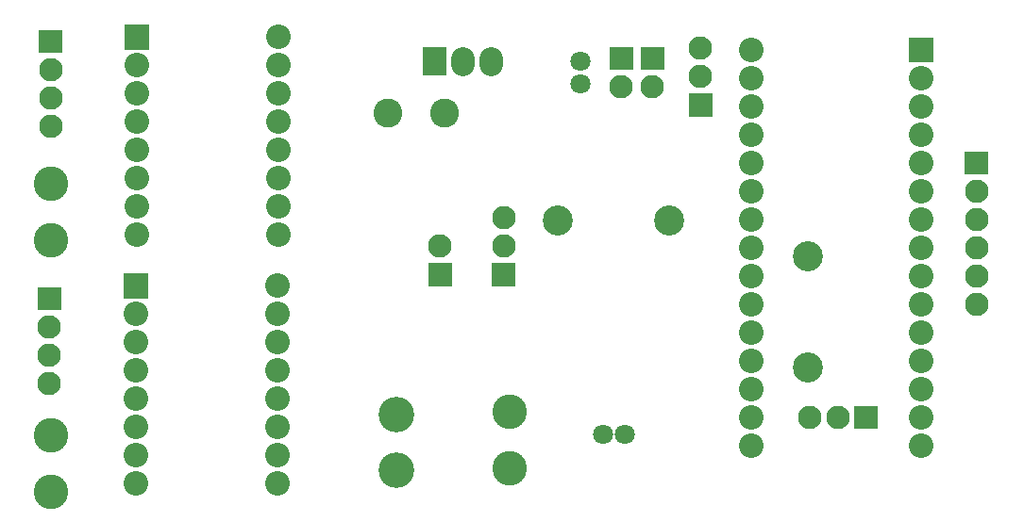
<source format=gts>
G04 Layer: TopSolderMaskLayer*
G04 EasyEDA v6.4.19.4, 2021-05-27T12:50:32+05:30*
G04 Gerber Generator version 0.2*
G04 Scale: 100 percent, Rotated: No, Reflected: No *
G04 Dimensions in millimeters *
G04 leading zeros omitted , absolute positions ,4 integer and 5 decimal *
%FSLAX45Y45*%
%MOMM*%

%ADD29C,2.1016*%
%ADD31C,2.7032*%
%ADD32C,1.8016*%
%ADD33C,3.1016*%
%ADD35C,2.2032*%
%ADD36C,3.2032*%
%ADD37C,2.6016*%

%LPD*%
D29*
X4978400Y5117698D02*
G01*
X4978400Y5067698D01*
X5232400Y5117698D02*
G01*
X5232400Y5067698D01*
G36*
X6295643Y5012944D02*
G01*
X6295643Y5223255D01*
X6505956Y5223255D01*
X6505956Y5012944D01*
G37*
G01*
X6400800Y4864100D03*
G36*
X6575043Y5012944D02*
G01*
X6575043Y5223255D01*
X6785356Y5223255D01*
X6785356Y5012944D01*
G37*
G01*
X6680200Y4864100D03*
D31*
G01*
X6832600Y3657600D03*
G01*
X5832602Y3657600D03*
G01*
X8077200Y2336800D03*
G01*
X8077200Y3336797D03*
D32*
G01*
X6237300Y1739900D03*
G01*
X6437299Y1739900D03*
G01*
X6032500Y5091099D03*
G01*
X6032500Y4891100D03*
D29*
G01*
X5346700Y3683000D03*
G01*
X5346700Y3429000D03*
G36*
X5241543Y3069844D02*
G01*
X5241543Y3280155D01*
X5451856Y3280155D01*
X5451856Y3069844D01*
G37*
G01*
X9588500Y2908300D03*
G01*
X9588500Y3162300D03*
G01*
X9588500Y3416300D03*
G01*
X9588500Y3670300D03*
G01*
X9588500Y3924300D03*
G36*
X9483343Y4073144D02*
G01*
X9483343Y4283455D01*
X9693656Y4283455D01*
X9693656Y4073144D01*
G37*
D33*
G01*
X1282700Y1219200D03*
G01*
X1282700Y1727200D03*
G01*
X1282700Y3479800D03*
G01*
X1282700Y3987800D03*
G36*
X4670043Y3069844D02*
G01*
X4670043Y3280155D01*
X4880356Y3280155D01*
X4880356Y3069844D01*
G37*
D29*
G01*
X4775200Y3429000D03*
G01*
X7112000Y5207000D03*
G01*
X7112000Y4953000D03*
G36*
X7006843Y4593844D02*
G01*
X7006843Y4804155D01*
X7217156Y4804155D01*
X7217156Y4593844D01*
G37*
D33*
G01*
X5397500Y1435100D03*
G01*
X5397500Y1943100D03*
D29*
G01*
X8089900Y1892300D03*
G01*
X8343900Y1892300D03*
G36*
X8492743Y1787144D02*
G01*
X8492743Y1997455D01*
X8703056Y1997455D01*
X8703056Y1787144D01*
G37*
G36*
X1934463Y2963163D02*
G01*
X1934463Y3183636D01*
X2154936Y3183636D01*
X2154936Y2963163D01*
G37*
D35*
G01*
X3314700Y1295400D03*
G01*
X2044700Y2819400D03*
G01*
X3314700Y1549400D03*
G01*
X2044700Y2565400D03*
G01*
X3314700Y1803400D03*
G01*
X2044700Y2311400D03*
G01*
X3314700Y2057400D03*
G01*
X2044700Y2057400D03*
G01*
X3314700Y2311400D03*
G01*
X2044700Y1803400D03*
G01*
X3314700Y2565400D03*
G01*
X2044700Y1549400D03*
G01*
X3314700Y2819400D03*
G01*
X2044700Y1295400D03*
G01*
X3314700Y3073400D03*
D36*
G01*
X4388510Y1921002D03*
G01*
X4388510Y1419605D03*
D37*
G01*
X4305300Y4622800D03*
G01*
X4813300Y4622800D03*
G36*
X1177544Y5165344D02*
G01*
X1177544Y5375655D01*
X1387855Y5375655D01*
X1387855Y5165344D01*
G37*
D29*
G01*
X1282700Y5016500D03*
G01*
X1282700Y4762500D03*
G01*
X1282700Y4508500D03*
G36*
X1164844Y2853944D02*
G01*
X1164844Y3064255D01*
X1375155Y3064255D01*
X1375155Y2853944D01*
G37*
G01*
X1270000Y2705100D03*
G01*
X1270000Y2451100D03*
G01*
X1270000Y2197100D03*
G36*
X8982963Y5084063D02*
G01*
X8982963Y5304536D01*
X9203436Y5304536D01*
X9203436Y5084063D01*
G37*
D35*
G01*
X9093200Y4940300D03*
G01*
X9093200Y4686300D03*
G01*
X9093200Y4432300D03*
G01*
X9093200Y4178300D03*
G01*
X9093200Y3924300D03*
G01*
X9093200Y3670300D03*
G01*
X9093200Y3416300D03*
G01*
X9093200Y3162300D03*
G01*
X9093200Y2908300D03*
G01*
X9093200Y2654300D03*
G01*
X9093200Y2400300D03*
G01*
X9093200Y2146300D03*
G01*
X9093200Y1892300D03*
G01*
X9093200Y1638300D03*
G01*
X7569200Y1638300D03*
G01*
X7569200Y1892300D03*
G01*
X7569200Y2146300D03*
G01*
X7569200Y2400300D03*
G01*
X7569200Y2654300D03*
G01*
X7569200Y2908300D03*
G01*
X7569200Y3162300D03*
G01*
X7569200Y3416300D03*
G01*
X7569200Y3670300D03*
G01*
X7569200Y3924300D03*
G01*
X7569200Y4178300D03*
G01*
X7569200Y4432300D03*
G01*
X7569200Y4686300D03*
G01*
X7569200Y4940300D03*
G01*
X7569200Y5194300D03*
G36*
X4619243Y4962652D02*
G01*
X4619243Y5222747D01*
X4829556Y5222747D01*
X4829556Y4962652D01*
G37*
G36*
X1947163Y5198363D02*
G01*
X1947163Y5418836D01*
X2167636Y5418836D01*
X2167636Y5198363D01*
G37*
G01*
X3327400Y3530600D03*
G01*
X2057400Y5054600D03*
G01*
X3327400Y3784600D03*
G01*
X2057400Y4800600D03*
G01*
X3327400Y4038600D03*
G01*
X2057400Y4546600D03*
G01*
X3327400Y4292600D03*
G01*
X2057400Y4292600D03*
G01*
X3327400Y4546600D03*
G01*
X2057400Y4038600D03*
G01*
X3327400Y4800600D03*
G01*
X2057400Y3784600D03*
G01*
X3327400Y5054600D03*
G01*
X2057400Y3530600D03*
G01*
X3327400Y5308600D03*
M02*

</source>
